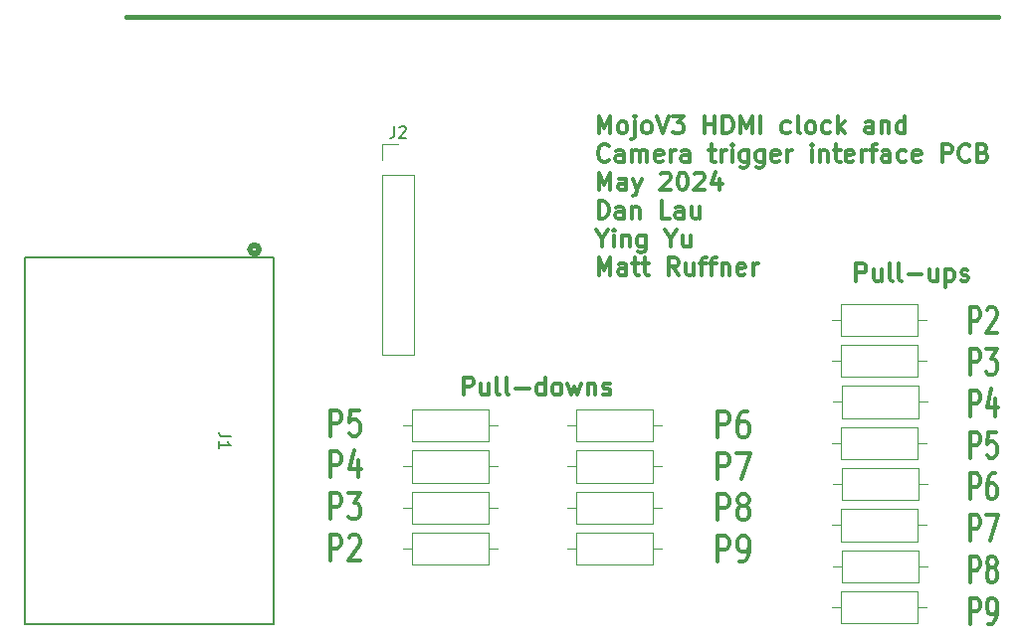
<source format=gto>
G04 #@! TF.GenerationSoftware,KiCad,Pcbnew,8.0.0*
G04 #@! TF.CreationDate,2024-05-03T13:59:33-04:00*
G04 #@! TF.ProjectId,hdmi_trigger_interface,68646d69-5f74-4726-9967-6765725f696e,rev?*
G04 #@! TF.SameCoordinates,Original*
G04 #@! TF.FileFunction,Legend,Top*
G04 #@! TF.FilePolarity,Positive*
%FSLAX46Y46*%
G04 Gerber Fmt 4.6, Leading zero omitted, Abs format (unit mm)*
G04 Created by KiCad (PCBNEW 8.0.0) date 2024-05-03 13:59:33*
%MOMM*%
%LPD*%
G01*
G04 APERTURE LIST*
%ADD10C,0.300000*%
%ADD11C,0.150000*%
%ADD12C,0.152400*%
%ADD13C,0.508000*%
%ADD14C,0.120000*%
%ADD15C,0.406400*%
G04 APERTURE END LIST*
D10*
X223554510Y-58900828D02*
X223554510Y-57400828D01*
X223554510Y-57400828D02*
X224125939Y-57400828D01*
X224125939Y-57400828D02*
X224268796Y-57472257D01*
X224268796Y-57472257D02*
X224340225Y-57543685D01*
X224340225Y-57543685D02*
X224411653Y-57686542D01*
X224411653Y-57686542D02*
X224411653Y-57900828D01*
X224411653Y-57900828D02*
X224340225Y-58043685D01*
X224340225Y-58043685D02*
X224268796Y-58115114D01*
X224268796Y-58115114D02*
X224125939Y-58186542D01*
X224125939Y-58186542D02*
X223554510Y-58186542D01*
X225697368Y-57900828D02*
X225697368Y-58900828D01*
X225054510Y-57900828D02*
X225054510Y-58686542D01*
X225054510Y-58686542D02*
X225125939Y-58829400D01*
X225125939Y-58829400D02*
X225268796Y-58900828D01*
X225268796Y-58900828D02*
X225483082Y-58900828D01*
X225483082Y-58900828D02*
X225625939Y-58829400D01*
X225625939Y-58829400D02*
X225697368Y-58757971D01*
X226625939Y-58900828D02*
X226483082Y-58829400D01*
X226483082Y-58829400D02*
X226411653Y-58686542D01*
X226411653Y-58686542D02*
X226411653Y-57400828D01*
X227411653Y-58900828D02*
X227268796Y-58829400D01*
X227268796Y-58829400D02*
X227197367Y-58686542D01*
X227197367Y-58686542D02*
X227197367Y-57400828D01*
X227983081Y-58329400D02*
X229125939Y-58329400D01*
X230483082Y-58900828D02*
X230483082Y-57400828D01*
X230483082Y-58829400D02*
X230340224Y-58900828D01*
X230340224Y-58900828D02*
X230054510Y-58900828D01*
X230054510Y-58900828D02*
X229911653Y-58829400D01*
X229911653Y-58829400D02*
X229840224Y-58757971D01*
X229840224Y-58757971D02*
X229768796Y-58615114D01*
X229768796Y-58615114D02*
X229768796Y-58186542D01*
X229768796Y-58186542D02*
X229840224Y-58043685D01*
X229840224Y-58043685D02*
X229911653Y-57972257D01*
X229911653Y-57972257D02*
X230054510Y-57900828D01*
X230054510Y-57900828D02*
X230340224Y-57900828D01*
X230340224Y-57900828D02*
X230483082Y-57972257D01*
X231411653Y-58900828D02*
X231268796Y-58829400D01*
X231268796Y-58829400D02*
X231197367Y-58757971D01*
X231197367Y-58757971D02*
X231125939Y-58615114D01*
X231125939Y-58615114D02*
X231125939Y-58186542D01*
X231125939Y-58186542D02*
X231197367Y-58043685D01*
X231197367Y-58043685D02*
X231268796Y-57972257D01*
X231268796Y-57972257D02*
X231411653Y-57900828D01*
X231411653Y-57900828D02*
X231625939Y-57900828D01*
X231625939Y-57900828D02*
X231768796Y-57972257D01*
X231768796Y-57972257D02*
X231840225Y-58043685D01*
X231840225Y-58043685D02*
X231911653Y-58186542D01*
X231911653Y-58186542D02*
X231911653Y-58615114D01*
X231911653Y-58615114D02*
X231840225Y-58757971D01*
X231840225Y-58757971D02*
X231768796Y-58829400D01*
X231768796Y-58829400D02*
X231625939Y-58900828D01*
X231625939Y-58900828D02*
X231411653Y-58900828D01*
X232411653Y-57900828D02*
X232697368Y-58900828D01*
X232697368Y-58900828D02*
X232983082Y-58186542D01*
X232983082Y-58186542D02*
X233268796Y-58900828D01*
X233268796Y-58900828D02*
X233554510Y-57900828D01*
X234125939Y-57900828D02*
X234125939Y-58900828D01*
X234125939Y-58043685D02*
X234197368Y-57972257D01*
X234197368Y-57972257D02*
X234340225Y-57900828D01*
X234340225Y-57900828D02*
X234554511Y-57900828D01*
X234554511Y-57900828D02*
X234697368Y-57972257D01*
X234697368Y-57972257D02*
X234768797Y-58115114D01*
X234768797Y-58115114D02*
X234768797Y-58900828D01*
X235411654Y-58829400D02*
X235554511Y-58900828D01*
X235554511Y-58900828D02*
X235840225Y-58900828D01*
X235840225Y-58900828D02*
X235983082Y-58829400D01*
X235983082Y-58829400D02*
X236054511Y-58686542D01*
X236054511Y-58686542D02*
X236054511Y-58615114D01*
X236054511Y-58615114D02*
X235983082Y-58472257D01*
X235983082Y-58472257D02*
X235840225Y-58400828D01*
X235840225Y-58400828D02*
X235625940Y-58400828D01*
X235625940Y-58400828D02*
X235483082Y-58329400D01*
X235483082Y-58329400D02*
X235411654Y-58186542D01*
X235411654Y-58186542D02*
X235411654Y-58115114D01*
X235411654Y-58115114D02*
X235483082Y-57972257D01*
X235483082Y-57972257D02*
X235625940Y-57900828D01*
X235625940Y-57900828D02*
X235840225Y-57900828D01*
X235840225Y-57900828D02*
X235983082Y-57972257D01*
X256954510Y-49200828D02*
X256954510Y-47700828D01*
X256954510Y-47700828D02*
X257525939Y-47700828D01*
X257525939Y-47700828D02*
X257668796Y-47772257D01*
X257668796Y-47772257D02*
X257740225Y-47843685D01*
X257740225Y-47843685D02*
X257811653Y-47986542D01*
X257811653Y-47986542D02*
X257811653Y-48200828D01*
X257811653Y-48200828D02*
X257740225Y-48343685D01*
X257740225Y-48343685D02*
X257668796Y-48415114D01*
X257668796Y-48415114D02*
X257525939Y-48486542D01*
X257525939Y-48486542D02*
X256954510Y-48486542D01*
X259097368Y-48200828D02*
X259097368Y-49200828D01*
X258454510Y-48200828D02*
X258454510Y-48986542D01*
X258454510Y-48986542D02*
X258525939Y-49129400D01*
X258525939Y-49129400D02*
X258668796Y-49200828D01*
X258668796Y-49200828D02*
X258883082Y-49200828D01*
X258883082Y-49200828D02*
X259025939Y-49129400D01*
X259025939Y-49129400D02*
X259097368Y-49057971D01*
X260025939Y-49200828D02*
X259883082Y-49129400D01*
X259883082Y-49129400D02*
X259811653Y-48986542D01*
X259811653Y-48986542D02*
X259811653Y-47700828D01*
X260811653Y-49200828D02*
X260668796Y-49129400D01*
X260668796Y-49129400D02*
X260597367Y-48986542D01*
X260597367Y-48986542D02*
X260597367Y-47700828D01*
X261383081Y-48629400D02*
X262525939Y-48629400D01*
X263883082Y-48200828D02*
X263883082Y-49200828D01*
X263240224Y-48200828D02*
X263240224Y-48986542D01*
X263240224Y-48986542D02*
X263311653Y-49129400D01*
X263311653Y-49129400D02*
X263454510Y-49200828D01*
X263454510Y-49200828D02*
X263668796Y-49200828D01*
X263668796Y-49200828D02*
X263811653Y-49129400D01*
X263811653Y-49129400D02*
X263883082Y-49057971D01*
X264597367Y-48200828D02*
X264597367Y-49700828D01*
X264597367Y-48272257D02*
X264740225Y-48200828D01*
X264740225Y-48200828D02*
X265025939Y-48200828D01*
X265025939Y-48200828D02*
X265168796Y-48272257D01*
X265168796Y-48272257D02*
X265240225Y-48343685D01*
X265240225Y-48343685D02*
X265311653Y-48486542D01*
X265311653Y-48486542D02*
X265311653Y-48915114D01*
X265311653Y-48915114D02*
X265240225Y-49057971D01*
X265240225Y-49057971D02*
X265168796Y-49129400D01*
X265168796Y-49129400D02*
X265025939Y-49200828D01*
X265025939Y-49200828D02*
X264740225Y-49200828D01*
X264740225Y-49200828D02*
X264597367Y-49129400D01*
X265883082Y-49129400D02*
X266025939Y-49200828D01*
X266025939Y-49200828D02*
X266311653Y-49200828D01*
X266311653Y-49200828D02*
X266454510Y-49129400D01*
X266454510Y-49129400D02*
X266525939Y-48986542D01*
X266525939Y-48986542D02*
X266525939Y-48915114D01*
X266525939Y-48915114D02*
X266454510Y-48772257D01*
X266454510Y-48772257D02*
X266311653Y-48700828D01*
X266311653Y-48700828D02*
X266097368Y-48700828D01*
X266097368Y-48700828D02*
X265954510Y-48629400D01*
X265954510Y-48629400D02*
X265883082Y-48486542D01*
X265883082Y-48486542D02*
X265883082Y-48415114D01*
X265883082Y-48415114D02*
X265954510Y-48272257D01*
X265954510Y-48272257D02*
X266097368Y-48200828D01*
X266097368Y-48200828D02*
X266311653Y-48200828D01*
X266311653Y-48200828D02*
X266454510Y-48272257D01*
X245125939Y-62489530D02*
X245125939Y-60289530D01*
X245125939Y-60289530D02*
X245811653Y-60289530D01*
X245811653Y-60289530D02*
X245983082Y-60394292D01*
X245983082Y-60394292D02*
X246068796Y-60499054D01*
X246068796Y-60499054D02*
X246154510Y-60708578D01*
X246154510Y-60708578D02*
X246154510Y-61022864D01*
X246154510Y-61022864D02*
X246068796Y-61232388D01*
X246068796Y-61232388D02*
X245983082Y-61337149D01*
X245983082Y-61337149D02*
X245811653Y-61441911D01*
X245811653Y-61441911D02*
X245125939Y-61441911D01*
X247697368Y-60289530D02*
X247354510Y-60289530D01*
X247354510Y-60289530D02*
X247183082Y-60394292D01*
X247183082Y-60394292D02*
X247097368Y-60499054D01*
X247097368Y-60499054D02*
X246925939Y-60813340D01*
X246925939Y-60813340D02*
X246840225Y-61232388D01*
X246840225Y-61232388D02*
X246840225Y-62070483D01*
X246840225Y-62070483D02*
X246925939Y-62280007D01*
X246925939Y-62280007D02*
X247011653Y-62384769D01*
X247011653Y-62384769D02*
X247183082Y-62489530D01*
X247183082Y-62489530D02*
X247525939Y-62489530D01*
X247525939Y-62489530D02*
X247697368Y-62384769D01*
X247697368Y-62384769D02*
X247783082Y-62280007D01*
X247783082Y-62280007D02*
X247868796Y-62070483D01*
X247868796Y-62070483D02*
X247868796Y-61546673D01*
X247868796Y-61546673D02*
X247783082Y-61337149D01*
X247783082Y-61337149D02*
X247697368Y-61232388D01*
X247697368Y-61232388D02*
X247525939Y-61127626D01*
X247525939Y-61127626D02*
X247183082Y-61127626D01*
X247183082Y-61127626D02*
X247011653Y-61232388D01*
X247011653Y-61232388D02*
X246925939Y-61337149D01*
X246925939Y-61337149D02*
X246840225Y-61546673D01*
X245125939Y-66031407D02*
X245125939Y-63831407D01*
X245125939Y-63831407D02*
X245811653Y-63831407D01*
X245811653Y-63831407D02*
X245983082Y-63936169D01*
X245983082Y-63936169D02*
X246068796Y-64040931D01*
X246068796Y-64040931D02*
X246154510Y-64250455D01*
X246154510Y-64250455D02*
X246154510Y-64564741D01*
X246154510Y-64564741D02*
X246068796Y-64774265D01*
X246068796Y-64774265D02*
X245983082Y-64879026D01*
X245983082Y-64879026D02*
X245811653Y-64983788D01*
X245811653Y-64983788D02*
X245125939Y-64983788D01*
X246754510Y-63831407D02*
X247954510Y-63831407D01*
X247954510Y-63831407D02*
X247183082Y-66031407D01*
X245125939Y-69573284D02*
X245125939Y-67373284D01*
X245125939Y-67373284D02*
X245811653Y-67373284D01*
X245811653Y-67373284D02*
X245983082Y-67478046D01*
X245983082Y-67478046D02*
X246068796Y-67582808D01*
X246068796Y-67582808D02*
X246154510Y-67792332D01*
X246154510Y-67792332D02*
X246154510Y-68106618D01*
X246154510Y-68106618D02*
X246068796Y-68316142D01*
X246068796Y-68316142D02*
X245983082Y-68420903D01*
X245983082Y-68420903D02*
X245811653Y-68525665D01*
X245811653Y-68525665D02*
X245125939Y-68525665D01*
X247183082Y-68316142D02*
X247011653Y-68211380D01*
X247011653Y-68211380D02*
X246925939Y-68106618D01*
X246925939Y-68106618D02*
X246840225Y-67897094D01*
X246840225Y-67897094D02*
X246840225Y-67792332D01*
X246840225Y-67792332D02*
X246925939Y-67582808D01*
X246925939Y-67582808D02*
X247011653Y-67478046D01*
X247011653Y-67478046D02*
X247183082Y-67373284D01*
X247183082Y-67373284D02*
X247525939Y-67373284D01*
X247525939Y-67373284D02*
X247697368Y-67478046D01*
X247697368Y-67478046D02*
X247783082Y-67582808D01*
X247783082Y-67582808D02*
X247868796Y-67792332D01*
X247868796Y-67792332D02*
X247868796Y-67897094D01*
X247868796Y-67897094D02*
X247783082Y-68106618D01*
X247783082Y-68106618D02*
X247697368Y-68211380D01*
X247697368Y-68211380D02*
X247525939Y-68316142D01*
X247525939Y-68316142D02*
X247183082Y-68316142D01*
X247183082Y-68316142D02*
X247011653Y-68420903D01*
X247011653Y-68420903D02*
X246925939Y-68525665D01*
X246925939Y-68525665D02*
X246840225Y-68735189D01*
X246840225Y-68735189D02*
X246840225Y-69154237D01*
X246840225Y-69154237D02*
X246925939Y-69363761D01*
X246925939Y-69363761D02*
X247011653Y-69468523D01*
X247011653Y-69468523D02*
X247183082Y-69573284D01*
X247183082Y-69573284D02*
X247525939Y-69573284D01*
X247525939Y-69573284D02*
X247697368Y-69468523D01*
X247697368Y-69468523D02*
X247783082Y-69363761D01*
X247783082Y-69363761D02*
X247868796Y-69154237D01*
X247868796Y-69154237D02*
X247868796Y-68735189D01*
X247868796Y-68735189D02*
X247783082Y-68525665D01*
X247783082Y-68525665D02*
X247697368Y-68420903D01*
X247697368Y-68420903D02*
X247525939Y-68316142D01*
X245125939Y-73115161D02*
X245125939Y-70915161D01*
X245125939Y-70915161D02*
X245811653Y-70915161D01*
X245811653Y-70915161D02*
X245983082Y-71019923D01*
X245983082Y-71019923D02*
X246068796Y-71124685D01*
X246068796Y-71124685D02*
X246154510Y-71334209D01*
X246154510Y-71334209D02*
X246154510Y-71648495D01*
X246154510Y-71648495D02*
X246068796Y-71858019D01*
X246068796Y-71858019D02*
X245983082Y-71962780D01*
X245983082Y-71962780D02*
X245811653Y-72067542D01*
X245811653Y-72067542D02*
X245125939Y-72067542D01*
X247011653Y-73115161D02*
X247354510Y-73115161D01*
X247354510Y-73115161D02*
X247525939Y-73010400D01*
X247525939Y-73010400D02*
X247611653Y-72905638D01*
X247611653Y-72905638D02*
X247783082Y-72591352D01*
X247783082Y-72591352D02*
X247868796Y-72172304D01*
X247868796Y-72172304D02*
X247868796Y-71334209D01*
X247868796Y-71334209D02*
X247783082Y-71124685D01*
X247783082Y-71124685D02*
X247697368Y-71019923D01*
X247697368Y-71019923D02*
X247525939Y-70915161D01*
X247525939Y-70915161D02*
X247183082Y-70915161D01*
X247183082Y-70915161D02*
X247011653Y-71019923D01*
X247011653Y-71019923D02*
X246925939Y-71124685D01*
X246925939Y-71124685D02*
X246840225Y-71334209D01*
X246840225Y-71334209D02*
X246840225Y-71858019D01*
X246840225Y-71858019D02*
X246925939Y-72067542D01*
X246925939Y-72067542D02*
X247011653Y-72172304D01*
X247011653Y-72172304D02*
X247183082Y-72277066D01*
X247183082Y-72277066D02*
X247525939Y-72277066D01*
X247525939Y-72277066D02*
X247697368Y-72172304D01*
X247697368Y-72172304D02*
X247783082Y-72067542D01*
X247783082Y-72067542D02*
X247868796Y-71858019D01*
X212202129Y-62389530D02*
X212202129Y-60189530D01*
X212202129Y-60189530D02*
X212849748Y-60189530D01*
X212849748Y-60189530D02*
X213011653Y-60294292D01*
X213011653Y-60294292D02*
X213092606Y-60399054D01*
X213092606Y-60399054D02*
X213173558Y-60608578D01*
X213173558Y-60608578D02*
X213173558Y-60922864D01*
X213173558Y-60922864D02*
X213092606Y-61132388D01*
X213092606Y-61132388D02*
X213011653Y-61237149D01*
X213011653Y-61237149D02*
X212849748Y-61341911D01*
X212849748Y-61341911D02*
X212202129Y-61341911D01*
X214711653Y-60189530D02*
X213902129Y-60189530D01*
X213902129Y-60189530D02*
X213821177Y-61237149D01*
X213821177Y-61237149D02*
X213902129Y-61132388D01*
X213902129Y-61132388D02*
X214064034Y-61027626D01*
X214064034Y-61027626D02*
X214468796Y-61027626D01*
X214468796Y-61027626D02*
X214630701Y-61132388D01*
X214630701Y-61132388D02*
X214711653Y-61237149D01*
X214711653Y-61237149D02*
X214792606Y-61446673D01*
X214792606Y-61446673D02*
X214792606Y-61970483D01*
X214792606Y-61970483D02*
X214711653Y-62180007D01*
X214711653Y-62180007D02*
X214630701Y-62284769D01*
X214630701Y-62284769D02*
X214468796Y-62389530D01*
X214468796Y-62389530D02*
X214064034Y-62389530D01*
X214064034Y-62389530D02*
X213902129Y-62284769D01*
X213902129Y-62284769D02*
X213821177Y-62180007D01*
X212202129Y-65931407D02*
X212202129Y-63731407D01*
X212202129Y-63731407D02*
X212849748Y-63731407D01*
X212849748Y-63731407D02*
X213011653Y-63836169D01*
X213011653Y-63836169D02*
X213092606Y-63940931D01*
X213092606Y-63940931D02*
X213173558Y-64150455D01*
X213173558Y-64150455D02*
X213173558Y-64464741D01*
X213173558Y-64464741D02*
X213092606Y-64674265D01*
X213092606Y-64674265D02*
X213011653Y-64779026D01*
X213011653Y-64779026D02*
X212849748Y-64883788D01*
X212849748Y-64883788D02*
X212202129Y-64883788D01*
X214630701Y-64464741D02*
X214630701Y-65931407D01*
X214225939Y-63626646D02*
X213821177Y-65198074D01*
X213821177Y-65198074D02*
X214873558Y-65198074D01*
X212202129Y-69473284D02*
X212202129Y-67273284D01*
X212202129Y-67273284D02*
X212849748Y-67273284D01*
X212849748Y-67273284D02*
X213011653Y-67378046D01*
X213011653Y-67378046D02*
X213092606Y-67482808D01*
X213092606Y-67482808D02*
X213173558Y-67692332D01*
X213173558Y-67692332D02*
X213173558Y-68006618D01*
X213173558Y-68006618D02*
X213092606Y-68216142D01*
X213092606Y-68216142D02*
X213011653Y-68320903D01*
X213011653Y-68320903D02*
X212849748Y-68425665D01*
X212849748Y-68425665D02*
X212202129Y-68425665D01*
X213740225Y-67273284D02*
X214792606Y-67273284D01*
X214792606Y-67273284D02*
X214225939Y-68111380D01*
X214225939Y-68111380D02*
X214468796Y-68111380D01*
X214468796Y-68111380D02*
X214630701Y-68216142D01*
X214630701Y-68216142D02*
X214711653Y-68320903D01*
X214711653Y-68320903D02*
X214792606Y-68530427D01*
X214792606Y-68530427D02*
X214792606Y-69054237D01*
X214792606Y-69054237D02*
X214711653Y-69263761D01*
X214711653Y-69263761D02*
X214630701Y-69368523D01*
X214630701Y-69368523D02*
X214468796Y-69473284D01*
X214468796Y-69473284D02*
X213983082Y-69473284D01*
X213983082Y-69473284D02*
X213821177Y-69368523D01*
X213821177Y-69368523D02*
X213740225Y-69263761D01*
X212202129Y-73015161D02*
X212202129Y-70815161D01*
X212202129Y-70815161D02*
X212849748Y-70815161D01*
X212849748Y-70815161D02*
X213011653Y-70919923D01*
X213011653Y-70919923D02*
X213092606Y-71024685D01*
X213092606Y-71024685D02*
X213173558Y-71234209D01*
X213173558Y-71234209D02*
X213173558Y-71548495D01*
X213173558Y-71548495D02*
X213092606Y-71758019D01*
X213092606Y-71758019D02*
X213011653Y-71862780D01*
X213011653Y-71862780D02*
X212849748Y-71967542D01*
X212849748Y-71967542D02*
X212202129Y-71967542D01*
X213821177Y-71024685D02*
X213902129Y-70919923D01*
X213902129Y-70919923D02*
X214064034Y-70815161D01*
X214064034Y-70815161D02*
X214468796Y-70815161D01*
X214468796Y-70815161D02*
X214630701Y-70919923D01*
X214630701Y-70919923D02*
X214711653Y-71024685D01*
X214711653Y-71024685D02*
X214792606Y-71234209D01*
X214792606Y-71234209D02*
X214792606Y-71443733D01*
X214792606Y-71443733D02*
X214711653Y-71758019D01*
X214711653Y-71758019D02*
X213740225Y-73015161D01*
X213740225Y-73015161D02*
X214792606Y-73015161D01*
X266654510Y-53622022D02*
X266654510Y-51422022D01*
X266654510Y-51422022D02*
X267225939Y-51422022D01*
X267225939Y-51422022D02*
X267368796Y-51526784D01*
X267368796Y-51526784D02*
X267440225Y-51631546D01*
X267440225Y-51631546D02*
X267511653Y-51841070D01*
X267511653Y-51841070D02*
X267511653Y-52155356D01*
X267511653Y-52155356D02*
X267440225Y-52364880D01*
X267440225Y-52364880D02*
X267368796Y-52469641D01*
X267368796Y-52469641D02*
X267225939Y-52574403D01*
X267225939Y-52574403D02*
X266654510Y-52574403D01*
X268083082Y-51631546D02*
X268154510Y-51526784D01*
X268154510Y-51526784D02*
X268297368Y-51422022D01*
X268297368Y-51422022D02*
X268654510Y-51422022D01*
X268654510Y-51422022D02*
X268797368Y-51526784D01*
X268797368Y-51526784D02*
X268868796Y-51631546D01*
X268868796Y-51631546D02*
X268940225Y-51841070D01*
X268940225Y-51841070D02*
X268940225Y-52050594D01*
X268940225Y-52050594D02*
X268868796Y-52364880D01*
X268868796Y-52364880D02*
X268011653Y-53622022D01*
X268011653Y-53622022D02*
X268940225Y-53622022D01*
X266654510Y-57163899D02*
X266654510Y-54963899D01*
X266654510Y-54963899D02*
X267225939Y-54963899D01*
X267225939Y-54963899D02*
X267368796Y-55068661D01*
X267368796Y-55068661D02*
X267440225Y-55173423D01*
X267440225Y-55173423D02*
X267511653Y-55382947D01*
X267511653Y-55382947D02*
X267511653Y-55697233D01*
X267511653Y-55697233D02*
X267440225Y-55906757D01*
X267440225Y-55906757D02*
X267368796Y-56011518D01*
X267368796Y-56011518D02*
X267225939Y-56116280D01*
X267225939Y-56116280D02*
X266654510Y-56116280D01*
X268011653Y-54963899D02*
X268940225Y-54963899D01*
X268940225Y-54963899D02*
X268440225Y-55801995D01*
X268440225Y-55801995D02*
X268654510Y-55801995D01*
X268654510Y-55801995D02*
X268797368Y-55906757D01*
X268797368Y-55906757D02*
X268868796Y-56011518D01*
X268868796Y-56011518D02*
X268940225Y-56221042D01*
X268940225Y-56221042D02*
X268940225Y-56744852D01*
X268940225Y-56744852D02*
X268868796Y-56954376D01*
X268868796Y-56954376D02*
X268797368Y-57059138D01*
X268797368Y-57059138D02*
X268654510Y-57163899D01*
X268654510Y-57163899D02*
X268225939Y-57163899D01*
X268225939Y-57163899D02*
X268083082Y-57059138D01*
X268083082Y-57059138D02*
X268011653Y-56954376D01*
X266654510Y-60705776D02*
X266654510Y-58505776D01*
X266654510Y-58505776D02*
X267225939Y-58505776D01*
X267225939Y-58505776D02*
X267368796Y-58610538D01*
X267368796Y-58610538D02*
X267440225Y-58715300D01*
X267440225Y-58715300D02*
X267511653Y-58924824D01*
X267511653Y-58924824D02*
X267511653Y-59239110D01*
X267511653Y-59239110D02*
X267440225Y-59448634D01*
X267440225Y-59448634D02*
X267368796Y-59553395D01*
X267368796Y-59553395D02*
X267225939Y-59658157D01*
X267225939Y-59658157D02*
X266654510Y-59658157D01*
X268797368Y-59239110D02*
X268797368Y-60705776D01*
X268440225Y-58401015D02*
X268083082Y-59972443D01*
X268083082Y-59972443D02*
X269011653Y-59972443D01*
X266654510Y-64247653D02*
X266654510Y-62047653D01*
X266654510Y-62047653D02*
X267225939Y-62047653D01*
X267225939Y-62047653D02*
X267368796Y-62152415D01*
X267368796Y-62152415D02*
X267440225Y-62257177D01*
X267440225Y-62257177D02*
X267511653Y-62466701D01*
X267511653Y-62466701D02*
X267511653Y-62780987D01*
X267511653Y-62780987D02*
X267440225Y-62990511D01*
X267440225Y-62990511D02*
X267368796Y-63095272D01*
X267368796Y-63095272D02*
X267225939Y-63200034D01*
X267225939Y-63200034D02*
X266654510Y-63200034D01*
X268868796Y-62047653D02*
X268154510Y-62047653D01*
X268154510Y-62047653D02*
X268083082Y-63095272D01*
X268083082Y-63095272D02*
X268154510Y-62990511D01*
X268154510Y-62990511D02*
X268297368Y-62885749D01*
X268297368Y-62885749D02*
X268654510Y-62885749D01*
X268654510Y-62885749D02*
X268797368Y-62990511D01*
X268797368Y-62990511D02*
X268868796Y-63095272D01*
X268868796Y-63095272D02*
X268940225Y-63304796D01*
X268940225Y-63304796D02*
X268940225Y-63828606D01*
X268940225Y-63828606D02*
X268868796Y-64038130D01*
X268868796Y-64038130D02*
X268797368Y-64142892D01*
X268797368Y-64142892D02*
X268654510Y-64247653D01*
X268654510Y-64247653D02*
X268297368Y-64247653D01*
X268297368Y-64247653D02*
X268154510Y-64142892D01*
X268154510Y-64142892D02*
X268083082Y-64038130D01*
X266654510Y-67789530D02*
X266654510Y-65589530D01*
X266654510Y-65589530D02*
X267225939Y-65589530D01*
X267225939Y-65589530D02*
X267368796Y-65694292D01*
X267368796Y-65694292D02*
X267440225Y-65799054D01*
X267440225Y-65799054D02*
X267511653Y-66008578D01*
X267511653Y-66008578D02*
X267511653Y-66322864D01*
X267511653Y-66322864D02*
X267440225Y-66532388D01*
X267440225Y-66532388D02*
X267368796Y-66637149D01*
X267368796Y-66637149D02*
X267225939Y-66741911D01*
X267225939Y-66741911D02*
X266654510Y-66741911D01*
X268797368Y-65589530D02*
X268511653Y-65589530D01*
X268511653Y-65589530D02*
X268368796Y-65694292D01*
X268368796Y-65694292D02*
X268297368Y-65799054D01*
X268297368Y-65799054D02*
X268154510Y-66113340D01*
X268154510Y-66113340D02*
X268083082Y-66532388D01*
X268083082Y-66532388D02*
X268083082Y-67370483D01*
X268083082Y-67370483D02*
X268154510Y-67580007D01*
X268154510Y-67580007D02*
X268225939Y-67684769D01*
X268225939Y-67684769D02*
X268368796Y-67789530D01*
X268368796Y-67789530D02*
X268654510Y-67789530D01*
X268654510Y-67789530D02*
X268797368Y-67684769D01*
X268797368Y-67684769D02*
X268868796Y-67580007D01*
X268868796Y-67580007D02*
X268940225Y-67370483D01*
X268940225Y-67370483D02*
X268940225Y-66846673D01*
X268940225Y-66846673D02*
X268868796Y-66637149D01*
X268868796Y-66637149D02*
X268797368Y-66532388D01*
X268797368Y-66532388D02*
X268654510Y-66427626D01*
X268654510Y-66427626D02*
X268368796Y-66427626D01*
X268368796Y-66427626D02*
X268225939Y-66532388D01*
X268225939Y-66532388D02*
X268154510Y-66637149D01*
X268154510Y-66637149D02*
X268083082Y-66846673D01*
X266654510Y-71331407D02*
X266654510Y-69131407D01*
X266654510Y-69131407D02*
X267225939Y-69131407D01*
X267225939Y-69131407D02*
X267368796Y-69236169D01*
X267368796Y-69236169D02*
X267440225Y-69340931D01*
X267440225Y-69340931D02*
X267511653Y-69550455D01*
X267511653Y-69550455D02*
X267511653Y-69864741D01*
X267511653Y-69864741D02*
X267440225Y-70074265D01*
X267440225Y-70074265D02*
X267368796Y-70179026D01*
X267368796Y-70179026D02*
X267225939Y-70283788D01*
X267225939Y-70283788D02*
X266654510Y-70283788D01*
X268011653Y-69131407D02*
X269011653Y-69131407D01*
X269011653Y-69131407D02*
X268368796Y-71331407D01*
X266654510Y-74873284D02*
X266654510Y-72673284D01*
X266654510Y-72673284D02*
X267225939Y-72673284D01*
X267225939Y-72673284D02*
X267368796Y-72778046D01*
X267368796Y-72778046D02*
X267440225Y-72882808D01*
X267440225Y-72882808D02*
X267511653Y-73092332D01*
X267511653Y-73092332D02*
X267511653Y-73406618D01*
X267511653Y-73406618D02*
X267440225Y-73616142D01*
X267440225Y-73616142D02*
X267368796Y-73720903D01*
X267368796Y-73720903D02*
X267225939Y-73825665D01*
X267225939Y-73825665D02*
X266654510Y-73825665D01*
X268368796Y-73616142D02*
X268225939Y-73511380D01*
X268225939Y-73511380D02*
X268154510Y-73406618D01*
X268154510Y-73406618D02*
X268083082Y-73197094D01*
X268083082Y-73197094D02*
X268083082Y-73092332D01*
X268083082Y-73092332D02*
X268154510Y-72882808D01*
X268154510Y-72882808D02*
X268225939Y-72778046D01*
X268225939Y-72778046D02*
X268368796Y-72673284D01*
X268368796Y-72673284D02*
X268654510Y-72673284D01*
X268654510Y-72673284D02*
X268797368Y-72778046D01*
X268797368Y-72778046D02*
X268868796Y-72882808D01*
X268868796Y-72882808D02*
X268940225Y-73092332D01*
X268940225Y-73092332D02*
X268940225Y-73197094D01*
X268940225Y-73197094D02*
X268868796Y-73406618D01*
X268868796Y-73406618D02*
X268797368Y-73511380D01*
X268797368Y-73511380D02*
X268654510Y-73616142D01*
X268654510Y-73616142D02*
X268368796Y-73616142D01*
X268368796Y-73616142D02*
X268225939Y-73720903D01*
X268225939Y-73720903D02*
X268154510Y-73825665D01*
X268154510Y-73825665D02*
X268083082Y-74035189D01*
X268083082Y-74035189D02*
X268083082Y-74454237D01*
X268083082Y-74454237D02*
X268154510Y-74663761D01*
X268154510Y-74663761D02*
X268225939Y-74768523D01*
X268225939Y-74768523D02*
X268368796Y-74873284D01*
X268368796Y-74873284D02*
X268654510Y-74873284D01*
X268654510Y-74873284D02*
X268797368Y-74768523D01*
X268797368Y-74768523D02*
X268868796Y-74663761D01*
X268868796Y-74663761D02*
X268940225Y-74454237D01*
X268940225Y-74454237D02*
X268940225Y-74035189D01*
X268940225Y-74035189D02*
X268868796Y-73825665D01*
X268868796Y-73825665D02*
X268797368Y-73720903D01*
X268797368Y-73720903D02*
X268654510Y-73616142D01*
X266654510Y-78415161D02*
X266654510Y-76215161D01*
X266654510Y-76215161D02*
X267225939Y-76215161D01*
X267225939Y-76215161D02*
X267368796Y-76319923D01*
X267368796Y-76319923D02*
X267440225Y-76424685D01*
X267440225Y-76424685D02*
X267511653Y-76634209D01*
X267511653Y-76634209D02*
X267511653Y-76948495D01*
X267511653Y-76948495D02*
X267440225Y-77158019D01*
X267440225Y-77158019D02*
X267368796Y-77262780D01*
X267368796Y-77262780D02*
X267225939Y-77367542D01*
X267225939Y-77367542D02*
X266654510Y-77367542D01*
X268225939Y-78415161D02*
X268511653Y-78415161D01*
X268511653Y-78415161D02*
X268654510Y-78310400D01*
X268654510Y-78310400D02*
X268725939Y-78205638D01*
X268725939Y-78205638D02*
X268868796Y-77891352D01*
X268868796Y-77891352D02*
X268940225Y-77472304D01*
X268940225Y-77472304D02*
X268940225Y-76634209D01*
X268940225Y-76634209D02*
X268868796Y-76424685D01*
X268868796Y-76424685D02*
X268797368Y-76319923D01*
X268797368Y-76319923D02*
X268654510Y-76215161D01*
X268654510Y-76215161D02*
X268368796Y-76215161D01*
X268368796Y-76215161D02*
X268225939Y-76319923D01*
X268225939Y-76319923D02*
X268154510Y-76424685D01*
X268154510Y-76424685D02*
X268083082Y-76634209D01*
X268083082Y-76634209D02*
X268083082Y-77158019D01*
X268083082Y-77158019D02*
X268154510Y-77367542D01*
X268154510Y-77367542D02*
X268225939Y-77472304D01*
X268225939Y-77472304D02*
X268368796Y-77577066D01*
X268368796Y-77577066D02*
X268654510Y-77577066D01*
X268654510Y-77577066D02*
X268797368Y-77472304D01*
X268797368Y-77472304D02*
X268868796Y-77367542D01*
X268868796Y-77367542D02*
X268940225Y-77158019D01*
X235054510Y-36626248D02*
X235054510Y-35126248D01*
X235054510Y-35126248D02*
X235554510Y-36197677D01*
X235554510Y-36197677D02*
X236054510Y-35126248D01*
X236054510Y-35126248D02*
X236054510Y-36626248D01*
X236983082Y-36626248D02*
X236840225Y-36554820D01*
X236840225Y-36554820D02*
X236768796Y-36483391D01*
X236768796Y-36483391D02*
X236697368Y-36340534D01*
X236697368Y-36340534D02*
X236697368Y-35911962D01*
X236697368Y-35911962D02*
X236768796Y-35769105D01*
X236768796Y-35769105D02*
X236840225Y-35697677D01*
X236840225Y-35697677D02*
X236983082Y-35626248D01*
X236983082Y-35626248D02*
X237197368Y-35626248D01*
X237197368Y-35626248D02*
X237340225Y-35697677D01*
X237340225Y-35697677D02*
X237411654Y-35769105D01*
X237411654Y-35769105D02*
X237483082Y-35911962D01*
X237483082Y-35911962D02*
X237483082Y-36340534D01*
X237483082Y-36340534D02*
X237411654Y-36483391D01*
X237411654Y-36483391D02*
X237340225Y-36554820D01*
X237340225Y-36554820D02*
X237197368Y-36626248D01*
X237197368Y-36626248D02*
X236983082Y-36626248D01*
X238125939Y-35626248D02*
X238125939Y-36911962D01*
X238125939Y-36911962D02*
X238054511Y-37054820D01*
X238054511Y-37054820D02*
X237911654Y-37126248D01*
X237911654Y-37126248D02*
X237840225Y-37126248D01*
X238125939Y-35126248D02*
X238054511Y-35197677D01*
X238054511Y-35197677D02*
X238125939Y-35269105D01*
X238125939Y-35269105D02*
X238197368Y-35197677D01*
X238197368Y-35197677D02*
X238125939Y-35126248D01*
X238125939Y-35126248D02*
X238125939Y-35269105D01*
X239054511Y-36626248D02*
X238911654Y-36554820D01*
X238911654Y-36554820D02*
X238840225Y-36483391D01*
X238840225Y-36483391D02*
X238768797Y-36340534D01*
X238768797Y-36340534D02*
X238768797Y-35911962D01*
X238768797Y-35911962D02*
X238840225Y-35769105D01*
X238840225Y-35769105D02*
X238911654Y-35697677D01*
X238911654Y-35697677D02*
X239054511Y-35626248D01*
X239054511Y-35626248D02*
X239268797Y-35626248D01*
X239268797Y-35626248D02*
X239411654Y-35697677D01*
X239411654Y-35697677D02*
X239483083Y-35769105D01*
X239483083Y-35769105D02*
X239554511Y-35911962D01*
X239554511Y-35911962D02*
X239554511Y-36340534D01*
X239554511Y-36340534D02*
X239483083Y-36483391D01*
X239483083Y-36483391D02*
X239411654Y-36554820D01*
X239411654Y-36554820D02*
X239268797Y-36626248D01*
X239268797Y-36626248D02*
X239054511Y-36626248D01*
X239983083Y-35126248D02*
X240483083Y-36626248D01*
X240483083Y-36626248D02*
X240983083Y-35126248D01*
X241340225Y-35126248D02*
X242268797Y-35126248D01*
X242268797Y-35126248D02*
X241768797Y-35697677D01*
X241768797Y-35697677D02*
X241983082Y-35697677D01*
X241983082Y-35697677D02*
X242125940Y-35769105D01*
X242125940Y-35769105D02*
X242197368Y-35840534D01*
X242197368Y-35840534D02*
X242268797Y-35983391D01*
X242268797Y-35983391D02*
X242268797Y-36340534D01*
X242268797Y-36340534D02*
X242197368Y-36483391D01*
X242197368Y-36483391D02*
X242125940Y-36554820D01*
X242125940Y-36554820D02*
X241983082Y-36626248D01*
X241983082Y-36626248D02*
X241554511Y-36626248D01*
X241554511Y-36626248D02*
X241411654Y-36554820D01*
X241411654Y-36554820D02*
X241340225Y-36483391D01*
X244054510Y-36626248D02*
X244054510Y-35126248D01*
X244054510Y-35840534D02*
X244911653Y-35840534D01*
X244911653Y-36626248D02*
X244911653Y-35126248D01*
X245625939Y-36626248D02*
X245625939Y-35126248D01*
X245625939Y-35126248D02*
X245983082Y-35126248D01*
X245983082Y-35126248D02*
X246197368Y-35197677D01*
X246197368Y-35197677D02*
X246340225Y-35340534D01*
X246340225Y-35340534D02*
X246411654Y-35483391D01*
X246411654Y-35483391D02*
X246483082Y-35769105D01*
X246483082Y-35769105D02*
X246483082Y-35983391D01*
X246483082Y-35983391D02*
X246411654Y-36269105D01*
X246411654Y-36269105D02*
X246340225Y-36411962D01*
X246340225Y-36411962D02*
X246197368Y-36554820D01*
X246197368Y-36554820D02*
X245983082Y-36626248D01*
X245983082Y-36626248D02*
X245625939Y-36626248D01*
X247125939Y-36626248D02*
X247125939Y-35126248D01*
X247125939Y-35126248D02*
X247625939Y-36197677D01*
X247625939Y-36197677D02*
X248125939Y-35126248D01*
X248125939Y-35126248D02*
X248125939Y-36626248D01*
X248840225Y-36626248D02*
X248840225Y-35126248D01*
X251340226Y-36554820D02*
X251197368Y-36626248D01*
X251197368Y-36626248D02*
X250911654Y-36626248D01*
X250911654Y-36626248D02*
X250768797Y-36554820D01*
X250768797Y-36554820D02*
X250697368Y-36483391D01*
X250697368Y-36483391D02*
X250625940Y-36340534D01*
X250625940Y-36340534D02*
X250625940Y-35911962D01*
X250625940Y-35911962D02*
X250697368Y-35769105D01*
X250697368Y-35769105D02*
X250768797Y-35697677D01*
X250768797Y-35697677D02*
X250911654Y-35626248D01*
X250911654Y-35626248D02*
X251197368Y-35626248D01*
X251197368Y-35626248D02*
X251340226Y-35697677D01*
X252197368Y-36626248D02*
X252054511Y-36554820D01*
X252054511Y-36554820D02*
X251983082Y-36411962D01*
X251983082Y-36411962D02*
X251983082Y-35126248D01*
X252983082Y-36626248D02*
X252840225Y-36554820D01*
X252840225Y-36554820D02*
X252768796Y-36483391D01*
X252768796Y-36483391D02*
X252697368Y-36340534D01*
X252697368Y-36340534D02*
X252697368Y-35911962D01*
X252697368Y-35911962D02*
X252768796Y-35769105D01*
X252768796Y-35769105D02*
X252840225Y-35697677D01*
X252840225Y-35697677D02*
X252983082Y-35626248D01*
X252983082Y-35626248D02*
X253197368Y-35626248D01*
X253197368Y-35626248D02*
X253340225Y-35697677D01*
X253340225Y-35697677D02*
X253411654Y-35769105D01*
X253411654Y-35769105D02*
X253483082Y-35911962D01*
X253483082Y-35911962D02*
X253483082Y-36340534D01*
X253483082Y-36340534D02*
X253411654Y-36483391D01*
X253411654Y-36483391D02*
X253340225Y-36554820D01*
X253340225Y-36554820D02*
X253197368Y-36626248D01*
X253197368Y-36626248D02*
X252983082Y-36626248D01*
X254768797Y-36554820D02*
X254625939Y-36626248D01*
X254625939Y-36626248D02*
X254340225Y-36626248D01*
X254340225Y-36626248D02*
X254197368Y-36554820D01*
X254197368Y-36554820D02*
X254125939Y-36483391D01*
X254125939Y-36483391D02*
X254054511Y-36340534D01*
X254054511Y-36340534D02*
X254054511Y-35911962D01*
X254054511Y-35911962D02*
X254125939Y-35769105D01*
X254125939Y-35769105D02*
X254197368Y-35697677D01*
X254197368Y-35697677D02*
X254340225Y-35626248D01*
X254340225Y-35626248D02*
X254625939Y-35626248D01*
X254625939Y-35626248D02*
X254768797Y-35697677D01*
X255411653Y-36626248D02*
X255411653Y-35126248D01*
X255554511Y-36054820D02*
X255983082Y-36626248D01*
X255983082Y-35626248D02*
X255411653Y-36197677D01*
X258411654Y-36626248D02*
X258411654Y-35840534D01*
X258411654Y-35840534D02*
X258340225Y-35697677D01*
X258340225Y-35697677D02*
X258197368Y-35626248D01*
X258197368Y-35626248D02*
X257911654Y-35626248D01*
X257911654Y-35626248D02*
X257768796Y-35697677D01*
X258411654Y-36554820D02*
X258268796Y-36626248D01*
X258268796Y-36626248D02*
X257911654Y-36626248D01*
X257911654Y-36626248D02*
X257768796Y-36554820D01*
X257768796Y-36554820D02*
X257697368Y-36411962D01*
X257697368Y-36411962D02*
X257697368Y-36269105D01*
X257697368Y-36269105D02*
X257768796Y-36126248D01*
X257768796Y-36126248D02*
X257911654Y-36054820D01*
X257911654Y-36054820D02*
X258268796Y-36054820D01*
X258268796Y-36054820D02*
X258411654Y-35983391D01*
X259125939Y-35626248D02*
X259125939Y-36626248D01*
X259125939Y-35769105D02*
X259197368Y-35697677D01*
X259197368Y-35697677D02*
X259340225Y-35626248D01*
X259340225Y-35626248D02*
X259554511Y-35626248D01*
X259554511Y-35626248D02*
X259697368Y-35697677D01*
X259697368Y-35697677D02*
X259768797Y-35840534D01*
X259768797Y-35840534D02*
X259768797Y-36626248D01*
X261125940Y-36626248D02*
X261125940Y-35126248D01*
X261125940Y-36554820D02*
X260983082Y-36626248D01*
X260983082Y-36626248D02*
X260697368Y-36626248D01*
X260697368Y-36626248D02*
X260554511Y-36554820D01*
X260554511Y-36554820D02*
X260483082Y-36483391D01*
X260483082Y-36483391D02*
X260411654Y-36340534D01*
X260411654Y-36340534D02*
X260411654Y-35911962D01*
X260411654Y-35911962D02*
X260483082Y-35769105D01*
X260483082Y-35769105D02*
X260554511Y-35697677D01*
X260554511Y-35697677D02*
X260697368Y-35626248D01*
X260697368Y-35626248D02*
X260983082Y-35626248D01*
X260983082Y-35626248D02*
X261125940Y-35697677D01*
X235911653Y-38898307D02*
X235840225Y-38969736D01*
X235840225Y-38969736D02*
X235625939Y-39041164D01*
X235625939Y-39041164D02*
X235483082Y-39041164D01*
X235483082Y-39041164D02*
X235268796Y-38969736D01*
X235268796Y-38969736D02*
X235125939Y-38826878D01*
X235125939Y-38826878D02*
X235054510Y-38684021D01*
X235054510Y-38684021D02*
X234983082Y-38398307D01*
X234983082Y-38398307D02*
X234983082Y-38184021D01*
X234983082Y-38184021D02*
X235054510Y-37898307D01*
X235054510Y-37898307D02*
X235125939Y-37755450D01*
X235125939Y-37755450D02*
X235268796Y-37612593D01*
X235268796Y-37612593D02*
X235483082Y-37541164D01*
X235483082Y-37541164D02*
X235625939Y-37541164D01*
X235625939Y-37541164D02*
X235840225Y-37612593D01*
X235840225Y-37612593D02*
X235911653Y-37684021D01*
X237197368Y-39041164D02*
X237197368Y-38255450D01*
X237197368Y-38255450D02*
X237125939Y-38112593D01*
X237125939Y-38112593D02*
X236983082Y-38041164D01*
X236983082Y-38041164D02*
X236697368Y-38041164D01*
X236697368Y-38041164D02*
X236554510Y-38112593D01*
X237197368Y-38969736D02*
X237054510Y-39041164D01*
X237054510Y-39041164D02*
X236697368Y-39041164D01*
X236697368Y-39041164D02*
X236554510Y-38969736D01*
X236554510Y-38969736D02*
X236483082Y-38826878D01*
X236483082Y-38826878D02*
X236483082Y-38684021D01*
X236483082Y-38684021D02*
X236554510Y-38541164D01*
X236554510Y-38541164D02*
X236697368Y-38469736D01*
X236697368Y-38469736D02*
X237054510Y-38469736D01*
X237054510Y-38469736D02*
X237197368Y-38398307D01*
X237911653Y-39041164D02*
X237911653Y-38041164D01*
X237911653Y-38184021D02*
X237983082Y-38112593D01*
X237983082Y-38112593D02*
X238125939Y-38041164D01*
X238125939Y-38041164D02*
X238340225Y-38041164D01*
X238340225Y-38041164D02*
X238483082Y-38112593D01*
X238483082Y-38112593D02*
X238554511Y-38255450D01*
X238554511Y-38255450D02*
X238554511Y-39041164D01*
X238554511Y-38255450D02*
X238625939Y-38112593D01*
X238625939Y-38112593D02*
X238768796Y-38041164D01*
X238768796Y-38041164D02*
X238983082Y-38041164D01*
X238983082Y-38041164D02*
X239125939Y-38112593D01*
X239125939Y-38112593D02*
X239197368Y-38255450D01*
X239197368Y-38255450D02*
X239197368Y-39041164D01*
X240483082Y-38969736D02*
X240340225Y-39041164D01*
X240340225Y-39041164D02*
X240054511Y-39041164D01*
X240054511Y-39041164D02*
X239911653Y-38969736D01*
X239911653Y-38969736D02*
X239840225Y-38826878D01*
X239840225Y-38826878D02*
X239840225Y-38255450D01*
X239840225Y-38255450D02*
X239911653Y-38112593D01*
X239911653Y-38112593D02*
X240054511Y-38041164D01*
X240054511Y-38041164D02*
X240340225Y-38041164D01*
X240340225Y-38041164D02*
X240483082Y-38112593D01*
X240483082Y-38112593D02*
X240554511Y-38255450D01*
X240554511Y-38255450D02*
X240554511Y-38398307D01*
X240554511Y-38398307D02*
X239840225Y-38541164D01*
X241197367Y-39041164D02*
X241197367Y-38041164D01*
X241197367Y-38326878D02*
X241268796Y-38184021D01*
X241268796Y-38184021D02*
X241340225Y-38112593D01*
X241340225Y-38112593D02*
X241483082Y-38041164D01*
X241483082Y-38041164D02*
X241625939Y-38041164D01*
X242768796Y-39041164D02*
X242768796Y-38255450D01*
X242768796Y-38255450D02*
X242697367Y-38112593D01*
X242697367Y-38112593D02*
X242554510Y-38041164D01*
X242554510Y-38041164D02*
X242268796Y-38041164D01*
X242268796Y-38041164D02*
X242125938Y-38112593D01*
X242768796Y-38969736D02*
X242625938Y-39041164D01*
X242625938Y-39041164D02*
X242268796Y-39041164D01*
X242268796Y-39041164D02*
X242125938Y-38969736D01*
X242125938Y-38969736D02*
X242054510Y-38826878D01*
X242054510Y-38826878D02*
X242054510Y-38684021D01*
X242054510Y-38684021D02*
X242125938Y-38541164D01*
X242125938Y-38541164D02*
X242268796Y-38469736D01*
X242268796Y-38469736D02*
X242625938Y-38469736D01*
X242625938Y-38469736D02*
X242768796Y-38398307D01*
X244411653Y-38041164D02*
X244983081Y-38041164D01*
X244625938Y-37541164D02*
X244625938Y-38826878D01*
X244625938Y-38826878D02*
X244697367Y-38969736D01*
X244697367Y-38969736D02*
X244840224Y-39041164D01*
X244840224Y-39041164D02*
X244983081Y-39041164D01*
X245483081Y-39041164D02*
X245483081Y-38041164D01*
X245483081Y-38326878D02*
X245554510Y-38184021D01*
X245554510Y-38184021D02*
X245625939Y-38112593D01*
X245625939Y-38112593D02*
X245768796Y-38041164D01*
X245768796Y-38041164D02*
X245911653Y-38041164D01*
X246411652Y-39041164D02*
X246411652Y-38041164D01*
X246411652Y-37541164D02*
X246340224Y-37612593D01*
X246340224Y-37612593D02*
X246411652Y-37684021D01*
X246411652Y-37684021D02*
X246483081Y-37612593D01*
X246483081Y-37612593D02*
X246411652Y-37541164D01*
X246411652Y-37541164D02*
X246411652Y-37684021D01*
X247768796Y-38041164D02*
X247768796Y-39255450D01*
X247768796Y-39255450D02*
X247697367Y-39398307D01*
X247697367Y-39398307D02*
X247625938Y-39469736D01*
X247625938Y-39469736D02*
X247483081Y-39541164D01*
X247483081Y-39541164D02*
X247268796Y-39541164D01*
X247268796Y-39541164D02*
X247125938Y-39469736D01*
X247768796Y-38969736D02*
X247625938Y-39041164D01*
X247625938Y-39041164D02*
X247340224Y-39041164D01*
X247340224Y-39041164D02*
X247197367Y-38969736D01*
X247197367Y-38969736D02*
X247125938Y-38898307D01*
X247125938Y-38898307D02*
X247054510Y-38755450D01*
X247054510Y-38755450D02*
X247054510Y-38326878D01*
X247054510Y-38326878D02*
X247125938Y-38184021D01*
X247125938Y-38184021D02*
X247197367Y-38112593D01*
X247197367Y-38112593D02*
X247340224Y-38041164D01*
X247340224Y-38041164D02*
X247625938Y-38041164D01*
X247625938Y-38041164D02*
X247768796Y-38112593D01*
X249125939Y-38041164D02*
X249125939Y-39255450D01*
X249125939Y-39255450D02*
X249054510Y-39398307D01*
X249054510Y-39398307D02*
X248983081Y-39469736D01*
X248983081Y-39469736D02*
X248840224Y-39541164D01*
X248840224Y-39541164D02*
X248625939Y-39541164D01*
X248625939Y-39541164D02*
X248483081Y-39469736D01*
X249125939Y-38969736D02*
X248983081Y-39041164D01*
X248983081Y-39041164D02*
X248697367Y-39041164D01*
X248697367Y-39041164D02*
X248554510Y-38969736D01*
X248554510Y-38969736D02*
X248483081Y-38898307D01*
X248483081Y-38898307D02*
X248411653Y-38755450D01*
X248411653Y-38755450D02*
X248411653Y-38326878D01*
X248411653Y-38326878D02*
X248483081Y-38184021D01*
X248483081Y-38184021D02*
X248554510Y-38112593D01*
X248554510Y-38112593D02*
X248697367Y-38041164D01*
X248697367Y-38041164D02*
X248983081Y-38041164D01*
X248983081Y-38041164D02*
X249125939Y-38112593D01*
X250411653Y-38969736D02*
X250268796Y-39041164D01*
X250268796Y-39041164D02*
X249983082Y-39041164D01*
X249983082Y-39041164D02*
X249840224Y-38969736D01*
X249840224Y-38969736D02*
X249768796Y-38826878D01*
X249768796Y-38826878D02*
X249768796Y-38255450D01*
X249768796Y-38255450D02*
X249840224Y-38112593D01*
X249840224Y-38112593D02*
X249983082Y-38041164D01*
X249983082Y-38041164D02*
X250268796Y-38041164D01*
X250268796Y-38041164D02*
X250411653Y-38112593D01*
X250411653Y-38112593D02*
X250483082Y-38255450D01*
X250483082Y-38255450D02*
X250483082Y-38398307D01*
X250483082Y-38398307D02*
X249768796Y-38541164D01*
X251125938Y-39041164D02*
X251125938Y-38041164D01*
X251125938Y-38326878D02*
X251197367Y-38184021D01*
X251197367Y-38184021D02*
X251268796Y-38112593D01*
X251268796Y-38112593D02*
X251411653Y-38041164D01*
X251411653Y-38041164D02*
X251554510Y-38041164D01*
X253197366Y-39041164D02*
X253197366Y-38041164D01*
X253197366Y-37541164D02*
X253125938Y-37612593D01*
X253125938Y-37612593D02*
X253197366Y-37684021D01*
X253197366Y-37684021D02*
X253268795Y-37612593D01*
X253268795Y-37612593D02*
X253197366Y-37541164D01*
X253197366Y-37541164D02*
X253197366Y-37684021D01*
X253911652Y-38041164D02*
X253911652Y-39041164D01*
X253911652Y-38184021D02*
X253983081Y-38112593D01*
X253983081Y-38112593D02*
X254125938Y-38041164D01*
X254125938Y-38041164D02*
X254340224Y-38041164D01*
X254340224Y-38041164D02*
X254483081Y-38112593D01*
X254483081Y-38112593D02*
X254554510Y-38255450D01*
X254554510Y-38255450D02*
X254554510Y-39041164D01*
X255054510Y-38041164D02*
X255625938Y-38041164D01*
X255268795Y-37541164D02*
X255268795Y-38826878D01*
X255268795Y-38826878D02*
X255340224Y-38969736D01*
X255340224Y-38969736D02*
X255483081Y-39041164D01*
X255483081Y-39041164D02*
X255625938Y-39041164D01*
X256697367Y-38969736D02*
X256554510Y-39041164D01*
X256554510Y-39041164D02*
X256268796Y-39041164D01*
X256268796Y-39041164D02*
X256125938Y-38969736D01*
X256125938Y-38969736D02*
X256054510Y-38826878D01*
X256054510Y-38826878D02*
X256054510Y-38255450D01*
X256054510Y-38255450D02*
X256125938Y-38112593D01*
X256125938Y-38112593D02*
X256268796Y-38041164D01*
X256268796Y-38041164D02*
X256554510Y-38041164D01*
X256554510Y-38041164D02*
X256697367Y-38112593D01*
X256697367Y-38112593D02*
X256768796Y-38255450D01*
X256768796Y-38255450D02*
X256768796Y-38398307D01*
X256768796Y-38398307D02*
X256054510Y-38541164D01*
X257411652Y-39041164D02*
X257411652Y-38041164D01*
X257411652Y-38326878D02*
X257483081Y-38184021D01*
X257483081Y-38184021D02*
X257554510Y-38112593D01*
X257554510Y-38112593D02*
X257697367Y-38041164D01*
X257697367Y-38041164D02*
X257840224Y-38041164D01*
X258125938Y-38041164D02*
X258697366Y-38041164D01*
X258340223Y-39041164D02*
X258340223Y-37755450D01*
X258340223Y-37755450D02*
X258411652Y-37612593D01*
X258411652Y-37612593D02*
X258554509Y-37541164D01*
X258554509Y-37541164D02*
X258697366Y-37541164D01*
X259840224Y-39041164D02*
X259840224Y-38255450D01*
X259840224Y-38255450D02*
X259768795Y-38112593D01*
X259768795Y-38112593D02*
X259625938Y-38041164D01*
X259625938Y-38041164D02*
X259340224Y-38041164D01*
X259340224Y-38041164D02*
X259197366Y-38112593D01*
X259840224Y-38969736D02*
X259697366Y-39041164D01*
X259697366Y-39041164D02*
X259340224Y-39041164D01*
X259340224Y-39041164D02*
X259197366Y-38969736D01*
X259197366Y-38969736D02*
X259125938Y-38826878D01*
X259125938Y-38826878D02*
X259125938Y-38684021D01*
X259125938Y-38684021D02*
X259197366Y-38541164D01*
X259197366Y-38541164D02*
X259340224Y-38469736D01*
X259340224Y-38469736D02*
X259697366Y-38469736D01*
X259697366Y-38469736D02*
X259840224Y-38398307D01*
X261197367Y-38969736D02*
X261054509Y-39041164D01*
X261054509Y-39041164D02*
X260768795Y-39041164D01*
X260768795Y-39041164D02*
X260625938Y-38969736D01*
X260625938Y-38969736D02*
X260554509Y-38898307D01*
X260554509Y-38898307D02*
X260483081Y-38755450D01*
X260483081Y-38755450D02*
X260483081Y-38326878D01*
X260483081Y-38326878D02*
X260554509Y-38184021D01*
X260554509Y-38184021D02*
X260625938Y-38112593D01*
X260625938Y-38112593D02*
X260768795Y-38041164D01*
X260768795Y-38041164D02*
X261054509Y-38041164D01*
X261054509Y-38041164D02*
X261197367Y-38112593D01*
X262411652Y-38969736D02*
X262268795Y-39041164D01*
X262268795Y-39041164D02*
X261983081Y-39041164D01*
X261983081Y-39041164D02*
X261840223Y-38969736D01*
X261840223Y-38969736D02*
X261768795Y-38826878D01*
X261768795Y-38826878D02*
X261768795Y-38255450D01*
X261768795Y-38255450D02*
X261840223Y-38112593D01*
X261840223Y-38112593D02*
X261983081Y-38041164D01*
X261983081Y-38041164D02*
X262268795Y-38041164D01*
X262268795Y-38041164D02*
X262411652Y-38112593D01*
X262411652Y-38112593D02*
X262483081Y-38255450D01*
X262483081Y-38255450D02*
X262483081Y-38398307D01*
X262483081Y-38398307D02*
X261768795Y-38541164D01*
X264268794Y-39041164D02*
X264268794Y-37541164D01*
X264268794Y-37541164D02*
X264840223Y-37541164D01*
X264840223Y-37541164D02*
X264983080Y-37612593D01*
X264983080Y-37612593D02*
X265054509Y-37684021D01*
X265054509Y-37684021D02*
X265125937Y-37826878D01*
X265125937Y-37826878D02*
X265125937Y-38041164D01*
X265125937Y-38041164D02*
X265054509Y-38184021D01*
X265054509Y-38184021D02*
X264983080Y-38255450D01*
X264983080Y-38255450D02*
X264840223Y-38326878D01*
X264840223Y-38326878D02*
X264268794Y-38326878D01*
X266625937Y-38898307D02*
X266554509Y-38969736D01*
X266554509Y-38969736D02*
X266340223Y-39041164D01*
X266340223Y-39041164D02*
X266197366Y-39041164D01*
X266197366Y-39041164D02*
X265983080Y-38969736D01*
X265983080Y-38969736D02*
X265840223Y-38826878D01*
X265840223Y-38826878D02*
X265768794Y-38684021D01*
X265768794Y-38684021D02*
X265697366Y-38398307D01*
X265697366Y-38398307D02*
X265697366Y-38184021D01*
X265697366Y-38184021D02*
X265768794Y-37898307D01*
X265768794Y-37898307D02*
X265840223Y-37755450D01*
X265840223Y-37755450D02*
X265983080Y-37612593D01*
X265983080Y-37612593D02*
X266197366Y-37541164D01*
X266197366Y-37541164D02*
X266340223Y-37541164D01*
X266340223Y-37541164D02*
X266554509Y-37612593D01*
X266554509Y-37612593D02*
X266625937Y-37684021D01*
X267768794Y-38255450D02*
X267983080Y-38326878D01*
X267983080Y-38326878D02*
X268054509Y-38398307D01*
X268054509Y-38398307D02*
X268125937Y-38541164D01*
X268125937Y-38541164D02*
X268125937Y-38755450D01*
X268125937Y-38755450D02*
X268054509Y-38898307D01*
X268054509Y-38898307D02*
X267983080Y-38969736D01*
X267983080Y-38969736D02*
X267840223Y-39041164D01*
X267840223Y-39041164D02*
X267268794Y-39041164D01*
X267268794Y-39041164D02*
X267268794Y-37541164D01*
X267268794Y-37541164D02*
X267768794Y-37541164D01*
X267768794Y-37541164D02*
X267911652Y-37612593D01*
X267911652Y-37612593D02*
X267983080Y-37684021D01*
X267983080Y-37684021D02*
X268054509Y-37826878D01*
X268054509Y-37826878D02*
X268054509Y-37969736D01*
X268054509Y-37969736D02*
X267983080Y-38112593D01*
X267983080Y-38112593D02*
X267911652Y-38184021D01*
X267911652Y-38184021D02*
X267768794Y-38255450D01*
X267768794Y-38255450D02*
X267268794Y-38255450D01*
X235054510Y-41456080D02*
X235054510Y-39956080D01*
X235054510Y-39956080D02*
X235554510Y-41027509D01*
X235554510Y-41027509D02*
X236054510Y-39956080D01*
X236054510Y-39956080D02*
X236054510Y-41456080D01*
X237411654Y-41456080D02*
X237411654Y-40670366D01*
X237411654Y-40670366D02*
X237340225Y-40527509D01*
X237340225Y-40527509D02*
X237197368Y-40456080D01*
X237197368Y-40456080D02*
X236911654Y-40456080D01*
X236911654Y-40456080D02*
X236768796Y-40527509D01*
X237411654Y-41384652D02*
X237268796Y-41456080D01*
X237268796Y-41456080D02*
X236911654Y-41456080D01*
X236911654Y-41456080D02*
X236768796Y-41384652D01*
X236768796Y-41384652D02*
X236697368Y-41241794D01*
X236697368Y-41241794D02*
X236697368Y-41098937D01*
X236697368Y-41098937D02*
X236768796Y-40956080D01*
X236768796Y-40956080D02*
X236911654Y-40884652D01*
X236911654Y-40884652D02*
X237268796Y-40884652D01*
X237268796Y-40884652D02*
X237411654Y-40813223D01*
X237983082Y-40456080D02*
X238340225Y-41456080D01*
X238697368Y-40456080D02*
X238340225Y-41456080D01*
X238340225Y-41456080D02*
X238197368Y-41813223D01*
X238197368Y-41813223D02*
X238125939Y-41884652D01*
X238125939Y-41884652D02*
X237983082Y-41956080D01*
X240340225Y-40098937D02*
X240411653Y-40027509D01*
X240411653Y-40027509D02*
X240554511Y-39956080D01*
X240554511Y-39956080D02*
X240911653Y-39956080D01*
X240911653Y-39956080D02*
X241054511Y-40027509D01*
X241054511Y-40027509D02*
X241125939Y-40098937D01*
X241125939Y-40098937D02*
X241197368Y-40241794D01*
X241197368Y-40241794D02*
X241197368Y-40384652D01*
X241197368Y-40384652D02*
X241125939Y-40598937D01*
X241125939Y-40598937D02*
X240268796Y-41456080D01*
X240268796Y-41456080D02*
X241197368Y-41456080D01*
X242125939Y-39956080D02*
X242268796Y-39956080D01*
X242268796Y-39956080D02*
X242411653Y-40027509D01*
X242411653Y-40027509D02*
X242483082Y-40098937D01*
X242483082Y-40098937D02*
X242554510Y-40241794D01*
X242554510Y-40241794D02*
X242625939Y-40527509D01*
X242625939Y-40527509D02*
X242625939Y-40884652D01*
X242625939Y-40884652D02*
X242554510Y-41170366D01*
X242554510Y-41170366D02*
X242483082Y-41313223D01*
X242483082Y-41313223D02*
X242411653Y-41384652D01*
X242411653Y-41384652D02*
X242268796Y-41456080D01*
X242268796Y-41456080D02*
X242125939Y-41456080D01*
X242125939Y-41456080D02*
X241983082Y-41384652D01*
X241983082Y-41384652D02*
X241911653Y-41313223D01*
X241911653Y-41313223D02*
X241840224Y-41170366D01*
X241840224Y-41170366D02*
X241768796Y-40884652D01*
X241768796Y-40884652D02*
X241768796Y-40527509D01*
X241768796Y-40527509D02*
X241840224Y-40241794D01*
X241840224Y-40241794D02*
X241911653Y-40098937D01*
X241911653Y-40098937D02*
X241983082Y-40027509D01*
X241983082Y-40027509D02*
X242125939Y-39956080D01*
X243197367Y-40098937D02*
X243268795Y-40027509D01*
X243268795Y-40027509D02*
X243411653Y-39956080D01*
X243411653Y-39956080D02*
X243768795Y-39956080D01*
X243768795Y-39956080D02*
X243911653Y-40027509D01*
X243911653Y-40027509D02*
X243983081Y-40098937D01*
X243983081Y-40098937D02*
X244054510Y-40241794D01*
X244054510Y-40241794D02*
X244054510Y-40384652D01*
X244054510Y-40384652D02*
X243983081Y-40598937D01*
X243983081Y-40598937D02*
X243125938Y-41456080D01*
X243125938Y-41456080D02*
X244054510Y-41456080D01*
X245340224Y-40456080D02*
X245340224Y-41456080D01*
X244983081Y-39884652D02*
X244625938Y-40956080D01*
X244625938Y-40956080D02*
X245554509Y-40956080D01*
X235054510Y-43870996D02*
X235054510Y-42370996D01*
X235054510Y-42370996D02*
X235411653Y-42370996D01*
X235411653Y-42370996D02*
X235625939Y-42442425D01*
X235625939Y-42442425D02*
X235768796Y-42585282D01*
X235768796Y-42585282D02*
X235840225Y-42728139D01*
X235840225Y-42728139D02*
X235911653Y-43013853D01*
X235911653Y-43013853D02*
X235911653Y-43228139D01*
X235911653Y-43228139D02*
X235840225Y-43513853D01*
X235840225Y-43513853D02*
X235768796Y-43656710D01*
X235768796Y-43656710D02*
X235625939Y-43799568D01*
X235625939Y-43799568D02*
X235411653Y-43870996D01*
X235411653Y-43870996D02*
X235054510Y-43870996D01*
X237197368Y-43870996D02*
X237197368Y-43085282D01*
X237197368Y-43085282D02*
X237125939Y-42942425D01*
X237125939Y-42942425D02*
X236983082Y-42870996D01*
X236983082Y-42870996D02*
X236697368Y-42870996D01*
X236697368Y-42870996D02*
X236554510Y-42942425D01*
X237197368Y-43799568D02*
X237054510Y-43870996D01*
X237054510Y-43870996D02*
X236697368Y-43870996D01*
X236697368Y-43870996D02*
X236554510Y-43799568D01*
X236554510Y-43799568D02*
X236483082Y-43656710D01*
X236483082Y-43656710D02*
X236483082Y-43513853D01*
X236483082Y-43513853D02*
X236554510Y-43370996D01*
X236554510Y-43370996D02*
X236697368Y-43299568D01*
X236697368Y-43299568D02*
X237054510Y-43299568D01*
X237054510Y-43299568D02*
X237197368Y-43228139D01*
X237911653Y-42870996D02*
X237911653Y-43870996D01*
X237911653Y-43013853D02*
X237983082Y-42942425D01*
X237983082Y-42942425D02*
X238125939Y-42870996D01*
X238125939Y-42870996D02*
X238340225Y-42870996D01*
X238340225Y-42870996D02*
X238483082Y-42942425D01*
X238483082Y-42942425D02*
X238554511Y-43085282D01*
X238554511Y-43085282D02*
X238554511Y-43870996D01*
X241125939Y-43870996D02*
X240411653Y-43870996D01*
X240411653Y-43870996D02*
X240411653Y-42370996D01*
X242268797Y-43870996D02*
X242268797Y-43085282D01*
X242268797Y-43085282D02*
X242197368Y-42942425D01*
X242197368Y-42942425D02*
X242054511Y-42870996D01*
X242054511Y-42870996D02*
X241768797Y-42870996D01*
X241768797Y-42870996D02*
X241625939Y-42942425D01*
X242268797Y-43799568D02*
X242125939Y-43870996D01*
X242125939Y-43870996D02*
X241768797Y-43870996D01*
X241768797Y-43870996D02*
X241625939Y-43799568D01*
X241625939Y-43799568D02*
X241554511Y-43656710D01*
X241554511Y-43656710D02*
X241554511Y-43513853D01*
X241554511Y-43513853D02*
X241625939Y-43370996D01*
X241625939Y-43370996D02*
X241768797Y-43299568D01*
X241768797Y-43299568D02*
X242125939Y-43299568D01*
X242125939Y-43299568D02*
X242268797Y-43228139D01*
X243625940Y-42870996D02*
X243625940Y-43870996D01*
X242983082Y-42870996D02*
X242983082Y-43656710D01*
X242983082Y-43656710D02*
X243054511Y-43799568D01*
X243054511Y-43799568D02*
X243197368Y-43870996D01*
X243197368Y-43870996D02*
X243411654Y-43870996D01*
X243411654Y-43870996D02*
X243554511Y-43799568D01*
X243554511Y-43799568D02*
X243625940Y-43728139D01*
X235340225Y-45571626D02*
X235340225Y-46285912D01*
X234840225Y-44785912D02*
X235340225Y-45571626D01*
X235340225Y-45571626D02*
X235840225Y-44785912D01*
X236340224Y-46285912D02*
X236340224Y-45285912D01*
X236340224Y-44785912D02*
X236268796Y-44857341D01*
X236268796Y-44857341D02*
X236340224Y-44928769D01*
X236340224Y-44928769D02*
X236411653Y-44857341D01*
X236411653Y-44857341D02*
X236340224Y-44785912D01*
X236340224Y-44785912D02*
X236340224Y-44928769D01*
X237054510Y-45285912D02*
X237054510Y-46285912D01*
X237054510Y-45428769D02*
X237125939Y-45357341D01*
X237125939Y-45357341D02*
X237268796Y-45285912D01*
X237268796Y-45285912D02*
X237483082Y-45285912D01*
X237483082Y-45285912D02*
X237625939Y-45357341D01*
X237625939Y-45357341D02*
X237697368Y-45500198D01*
X237697368Y-45500198D02*
X237697368Y-46285912D01*
X239054511Y-45285912D02*
X239054511Y-46500198D01*
X239054511Y-46500198D02*
X238983082Y-46643055D01*
X238983082Y-46643055D02*
X238911653Y-46714484D01*
X238911653Y-46714484D02*
X238768796Y-46785912D01*
X238768796Y-46785912D02*
X238554511Y-46785912D01*
X238554511Y-46785912D02*
X238411653Y-46714484D01*
X239054511Y-46214484D02*
X238911653Y-46285912D01*
X238911653Y-46285912D02*
X238625939Y-46285912D01*
X238625939Y-46285912D02*
X238483082Y-46214484D01*
X238483082Y-46214484D02*
X238411653Y-46143055D01*
X238411653Y-46143055D02*
X238340225Y-46000198D01*
X238340225Y-46000198D02*
X238340225Y-45571626D01*
X238340225Y-45571626D02*
X238411653Y-45428769D01*
X238411653Y-45428769D02*
X238483082Y-45357341D01*
X238483082Y-45357341D02*
X238625939Y-45285912D01*
X238625939Y-45285912D02*
X238911653Y-45285912D01*
X238911653Y-45285912D02*
X239054511Y-45357341D01*
X241197368Y-45571626D02*
X241197368Y-46285912D01*
X240697368Y-44785912D02*
X241197368Y-45571626D01*
X241197368Y-45571626D02*
X241697368Y-44785912D01*
X242840225Y-45285912D02*
X242840225Y-46285912D01*
X242197367Y-45285912D02*
X242197367Y-46071626D01*
X242197367Y-46071626D02*
X242268796Y-46214484D01*
X242268796Y-46214484D02*
X242411653Y-46285912D01*
X242411653Y-46285912D02*
X242625939Y-46285912D01*
X242625939Y-46285912D02*
X242768796Y-46214484D01*
X242768796Y-46214484D02*
X242840225Y-46143055D01*
X235054510Y-48700828D02*
X235054510Y-47200828D01*
X235054510Y-47200828D02*
X235554510Y-48272257D01*
X235554510Y-48272257D02*
X236054510Y-47200828D01*
X236054510Y-47200828D02*
X236054510Y-48700828D01*
X237411654Y-48700828D02*
X237411654Y-47915114D01*
X237411654Y-47915114D02*
X237340225Y-47772257D01*
X237340225Y-47772257D02*
X237197368Y-47700828D01*
X237197368Y-47700828D02*
X236911654Y-47700828D01*
X236911654Y-47700828D02*
X236768796Y-47772257D01*
X237411654Y-48629400D02*
X237268796Y-48700828D01*
X237268796Y-48700828D02*
X236911654Y-48700828D01*
X236911654Y-48700828D02*
X236768796Y-48629400D01*
X236768796Y-48629400D02*
X236697368Y-48486542D01*
X236697368Y-48486542D02*
X236697368Y-48343685D01*
X236697368Y-48343685D02*
X236768796Y-48200828D01*
X236768796Y-48200828D02*
X236911654Y-48129400D01*
X236911654Y-48129400D02*
X237268796Y-48129400D01*
X237268796Y-48129400D02*
X237411654Y-48057971D01*
X237911654Y-47700828D02*
X238483082Y-47700828D01*
X238125939Y-47200828D02*
X238125939Y-48486542D01*
X238125939Y-48486542D02*
X238197368Y-48629400D01*
X238197368Y-48629400D02*
X238340225Y-48700828D01*
X238340225Y-48700828D02*
X238483082Y-48700828D01*
X238768797Y-47700828D02*
X239340225Y-47700828D01*
X238983082Y-47200828D02*
X238983082Y-48486542D01*
X238983082Y-48486542D02*
X239054511Y-48629400D01*
X239054511Y-48629400D02*
X239197368Y-48700828D01*
X239197368Y-48700828D02*
X239340225Y-48700828D01*
X241840225Y-48700828D02*
X241340225Y-47986542D01*
X240983082Y-48700828D02*
X240983082Y-47200828D01*
X240983082Y-47200828D02*
X241554511Y-47200828D01*
X241554511Y-47200828D02*
X241697368Y-47272257D01*
X241697368Y-47272257D02*
X241768797Y-47343685D01*
X241768797Y-47343685D02*
X241840225Y-47486542D01*
X241840225Y-47486542D02*
X241840225Y-47700828D01*
X241840225Y-47700828D02*
X241768797Y-47843685D01*
X241768797Y-47843685D02*
X241697368Y-47915114D01*
X241697368Y-47915114D02*
X241554511Y-47986542D01*
X241554511Y-47986542D02*
X240983082Y-47986542D01*
X243125940Y-47700828D02*
X243125940Y-48700828D01*
X242483082Y-47700828D02*
X242483082Y-48486542D01*
X242483082Y-48486542D02*
X242554511Y-48629400D01*
X242554511Y-48629400D02*
X242697368Y-48700828D01*
X242697368Y-48700828D02*
X242911654Y-48700828D01*
X242911654Y-48700828D02*
X243054511Y-48629400D01*
X243054511Y-48629400D02*
X243125940Y-48557971D01*
X243625940Y-47700828D02*
X244197368Y-47700828D01*
X243840225Y-48700828D02*
X243840225Y-47415114D01*
X243840225Y-47415114D02*
X243911654Y-47272257D01*
X243911654Y-47272257D02*
X244054511Y-47200828D01*
X244054511Y-47200828D02*
X244197368Y-47200828D01*
X244483083Y-47700828D02*
X245054511Y-47700828D01*
X244697368Y-48700828D02*
X244697368Y-47415114D01*
X244697368Y-47415114D02*
X244768797Y-47272257D01*
X244768797Y-47272257D02*
X244911654Y-47200828D01*
X244911654Y-47200828D02*
X245054511Y-47200828D01*
X245554511Y-47700828D02*
X245554511Y-48700828D01*
X245554511Y-47843685D02*
X245625940Y-47772257D01*
X245625940Y-47772257D02*
X245768797Y-47700828D01*
X245768797Y-47700828D02*
X245983083Y-47700828D01*
X245983083Y-47700828D02*
X246125940Y-47772257D01*
X246125940Y-47772257D02*
X246197369Y-47915114D01*
X246197369Y-47915114D02*
X246197369Y-48700828D01*
X247483083Y-48629400D02*
X247340226Y-48700828D01*
X247340226Y-48700828D02*
X247054512Y-48700828D01*
X247054512Y-48700828D02*
X246911654Y-48629400D01*
X246911654Y-48629400D02*
X246840226Y-48486542D01*
X246840226Y-48486542D02*
X246840226Y-47915114D01*
X246840226Y-47915114D02*
X246911654Y-47772257D01*
X246911654Y-47772257D02*
X247054512Y-47700828D01*
X247054512Y-47700828D02*
X247340226Y-47700828D01*
X247340226Y-47700828D02*
X247483083Y-47772257D01*
X247483083Y-47772257D02*
X247554512Y-47915114D01*
X247554512Y-47915114D02*
X247554512Y-48057971D01*
X247554512Y-48057971D02*
X246840226Y-48200828D01*
X248197368Y-48700828D02*
X248197368Y-47700828D01*
X248197368Y-47986542D02*
X248268797Y-47843685D01*
X248268797Y-47843685D02*
X248340226Y-47772257D01*
X248340226Y-47772257D02*
X248483083Y-47700828D01*
X248483083Y-47700828D02*
X248625940Y-47700828D01*
D11*
X203779981Y-62446666D02*
X203065696Y-62446666D01*
X203065696Y-62446666D02*
X202922839Y-62399047D01*
X202922839Y-62399047D02*
X202827601Y-62303809D01*
X202827601Y-62303809D02*
X202779981Y-62160952D01*
X202779981Y-62160952D02*
X202779981Y-62065714D01*
X202779981Y-63446666D02*
X202779981Y-62875238D01*
X202779981Y-63160952D02*
X203779981Y-63160952D01*
X203779981Y-63160952D02*
X203637124Y-63065714D01*
X203637124Y-63065714D02*
X203541886Y-62970476D01*
X203541886Y-62970476D02*
X203494267Y-62875238D01*
X217666666Y-36004819D02*
X217666666Y-36719104D01*
X217666666Y-36719104D02*
X217619047Y-36861961D01*
X217619047Y-36861961D02*
X217523809Y-36957200D01*
X217523809Y-36957200D02*
X217380952Y-37004819D01*
X217380952Y-37004819D02*
X217285714Y-37004819D01*
X218095238Y-36100057D02*
X218142857Y-36052438D01*
X218142857Y-36052438D02*
X218238095Y-36004819D01*
X218238095Y-36004819D02*
X218476190Y-36004819D01*
X218476190Y-36004819D02*
X218571428Y-36052438D01*
X218571428Y-36052438D02*
X218619047Y-36100057D01*
X218619047Y-36100057D02*
X218666666Y-36195295D01*
X218666666Y-36195295D02*
X218666666Y-36290533D01*
X218666666Y-36290533D02*
X218619047Y-36433390D01*
X218619047Y-36433390D02*
X218047619Y-37004819D01*
X218047619Y-37004819D02*
X218666666Y-37004819D01*
D12*
X207381801Y-47146300D02*
X186274401Y-47146300D01*
X186274401Y-47146300D02*
X186274401Y-78413700D01*
X207381801Y-78413700D02*
X207381801Y-47146300D01*
X186274401Y-78413700D02*
X207381801Y-78413700D01*
D13*
X206155801Y-46511300D02*
G75*
G02*
X205393801Y-46511300I-381000J0D01*
G01*
X205393801Y-46511300D02*
G75*
G02*
X206155801Y-46511300I381000J0D01*
G01*
D14*
X232380000Y-65000000D02*
X233150000Y-65000000D01*
X233150000Y-63630000D02*
X233150000Y-66370000D01*
X233150000Y-66370000D02*
X239690000Y-66370000D01*
X239690000Y-63630000D02*
X233150000Y-63630000D01*
X239690000Y-66370000D02*
X239690000Y-63630000D01*
X240460000Y-65000000D02*
X239690000Y-65000000D01*
X216670000Y-37550000D02*
X218000000Y-37550000D01*
X216670000Y-38880000D02*
X216670000Y-37550000D01*
X216670000Y-40150000D02*
X216670000Y-55450000D01*
X216670000Y-40150000D02*
X219330000Y-40150000D01*
X216670000Y-55450000D02*
X219330000Y-55450000D01*
X219330000Y-40150000D02*
X219330000Y-55450000D01*
X218380000Y-72000000D02*
X219150000Y-72000000D01*
X219150000Y-70630000D02*
X219150000Y-73370000D01*
X219150000Y-73370000D02*
X225690000Y-73370000D01*
X225690000Y-70630000D02*
X219150000Y-70630000D01*
X225690000Y-73370000D02*
X225690000Y-70630000D01*
X226460000Y-72000000D02*
X225690000Y-72000000D01*
X218380000Y-68500000D02*
X219150000Y-68500000D01*
X219150000Y-67130000D02*
X219150000Y-69870000D01*
X219150000Y-69870000D02*
X225690000Y-69870000D01*
X225690000Y-67130000D02*
X219150000Y-67130000D01*
X225690000Y-69870000D02*
X225690000Y-67130000D01*
X226460000Y-68500000D02*
X225690000Y-68500000D01*
X218380000Y-65000000D02*
X219150000Y-65000000D01*
X219150000Y-63630000D02*
X219150000Y-66370000D01*
X219150000Y-66370000D02*
X225690000Y-66370000D01*
X225690000Y-63630000D02*
X219150000Y-63630000D01*
X225690000Y-66370000D02*
X225690000Y-63630000D01*
X226460000Y-65000000D02*
X225690000Y-65000000D01*
X218380000Y-61500000D02*
X219150000Y-61500000D01*
X219150000Y-60130000D02*
X219150000Y-62870000D01*
X219150000Y-62870000D02*
X225690000Y-62870000D01*
X225690000Y-60130000D02*
X219150000Y-60130000D01*
X225690000Y-62870000D02*
X225690000Y-60130000D01*
X226460000Y-61500000D02*
X225690000Y-61500000D01*
X232380000Y-72000000D02*
X233150000Y-72000000D01*
X233150000Y-70630000D02*
X233150000Y-73370000D01*
X233150000Y-73370000D02*
X239690000Y-73370000D01*
X239690000Y-70630000D02*
X233150000Y-70630000D01*
X239690000Y-73370000D02*
X239690000Y-70630000D01*
X240460000Y-72000000D02*
X239690000Y-72000000D01*
X232380000Y-68500000D02*
X233150000Y-68500000D01*
X233150000Y-67130000D02*
X233150000Y-69870000D01*
X233150000Y-69870000D02*
X239690000Y-69870000D01*
X239690000Y-67130000D02*
X233150000Y-67130000D01*
X239690000Y-69870000D02*
X239690000Y-67130000D01*
X240460000Y-68500000D02*
X239690000Y-68500000D01*
X232380000Y-61500000D02*
X233150000Y-61500000D01*
X233150000Y-60130000D02*
X233150000Y-62870000D01*
X233150000Y-62870000D02*
X239690000Y-62870000D01*
X239690000Y-60130000D02*
X233150000Y-60130000D01*
X239690000Y-62870000D02*
X239690000Y-60130000D01*
X240460000Y-61500000D02*
X239690000Y-61500000D01*
X254880000Y-77000000D02*
X255650000Y-77000000D01*
X255650000Y-75630000D02*
X255650000Y-78370000D01*
X255650000Y-78370000D02*
X262190000Y-78370000D01*
X262190000Y-75630000D02*
X255650000Y-75630000D01*
X262190000Y-78370000D02*
X262190000Y-75630000D01*
X262960000Y-77000000D02*
X262190000Y-77000000D01*
X254960000Y-73500000D02*
X255730000Y-73500000D01*
X255730000Y-72130000D02*
X255730000Y-74870000D01*
X255730000Y-74870000D02*
X262270000Y-74870000D01*
X262270000Y-72130000D02*
X255730000Y-72130000D01*
X262270000Y-74870000D02*
X262270000Y-72130000D01*
X263040000Y-73500000D02*
X262270000Y-73500000D01*
X254880000Y-70000000D02*
X255650000Y-70000000D01*
X255650000Y-68630000D02*
X255650000Y-71370000D01*
X255650000Y-71370000D02*
X262190000Y-71370000D01*
X262190000Y-68630000D02*
X255650000Y-68630000D01*
X262190000Y-71370000D02*
X262190000Y-68630000D01*
X262960000Y-70000000D02*
X262190000Y-70000000D01*
X254960000Y-66500000D02*
X255730000Y-66500000D01*
X255730000Y-65130000D02*
X255730000Y-67870000D01*
X255730000Y-67870000D02*
X262270000Y-67870000D01*
X262270000Y-65130000D02*
X255730000Y-65130000D01*
X262270000Y-67870000D02*
X262270000Y-65130000D01*
X263040000Y-66500000D02*
X262270000Y-66500000D01*
X254880000Y-63000000D02*
X255650000Y-63000000D01*
X255650000Y-61630000D02*
X255650000Y-64370000D01*
X255650000Y-64370000D02*
X262190000Y-64370000D01*
X262190000Y-61630000D02*
X255650000Y-61630000D01*
X262190000Y-64370000D02*
X262190000Y-61630000D01*
X262960000Y-63000000D02*
X262190000Y-63000000D01*
X254960000Y-59500000D02*
X255730000Y-59500000D01*
X255730000Y-58130000D02*
X255730000Y-60870000D01*
X255730000Y-60870000D02*
X262270000Y-60870000D01*
X262270000Y-58130000D02*
X255730000Y-58130000D01*
X262270000Y-60870000D02*
X262270000Y-58130000D01*
X263040000Y-59500000D02*
X262270000Y-59500000D01*
X254880000Y-56000000D02*
X255650000Y-56000000D01*
X255650000Y-54630000D02*
X255650000Y-57370000D01*
X255650000Y-57370000D02*
X262190000Y-57370000D01*
X262190000Y-54630000D02*
X255650000Y-54630000D01*
X262190000Y-57370000D02*
X262190000Y-54630000D01*
X262960000Y-56000000D02*
X262190000Y-56000000D01*
X254880000Y-52500000D02*
X255650000Y-52500000D01*
X255650000Y-51130000D02*
X255650000Y-53870000D01*
X255650000Y-53870000D02*
X262190000Y-53870000D01*
X262190000Y-51130000D02*
X255650000Y-51130000D01*
X262190000Y-53870000D02*
X262190000Y-51130000D01*
X262960000Y-52500000D02*
X262190000Y-52500000D01*
D15*
X269017500Y-26726600D02*
X194852500Y-26726600D01*
M02*

</source>
